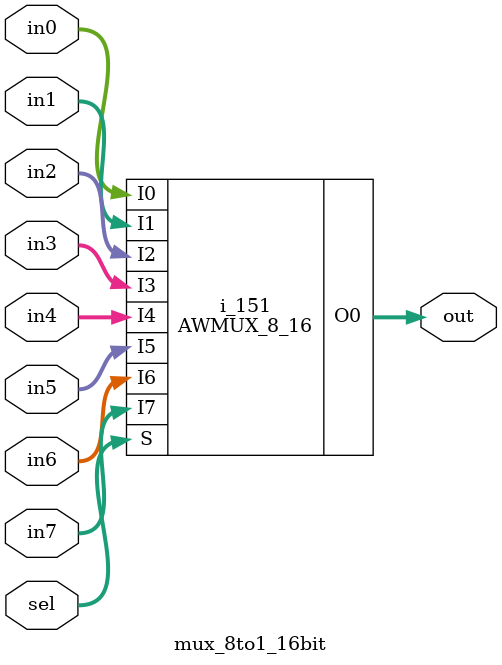
<source format=v>


// Restrictions concerning the use of Ambit BuildGates are covered in the
// license agreement.  Distribution to third party EDA vendors is
// strictly prohibited.

module AWMUX_8_16(O0, I0, I1, I2, I3, I4, I5, I6, I7, S);

	output [15:0] O0;
	input [15:0] I0;
	input [15:0] I1;
	input [15:0] I2;
	input [15:0] I3;
	input [15:0] I4;
	input [15:0] I5;
	input [15:0] I6;
	input [15:0] I7;
	input [2:0] S;

	wire [15:0] nbus_0;
	wire [15:0] nbus_1;
	wire [15:0] nbus_2;
	wire [15:0] nbus_3;
	wire [15:0] nbus_4;
	wire [15:0] nbus_5;



	mux2_2 i_83(.ip1(nbus_3[12]), .ip2(nbus_4[12]), .s(S[1]), .op(nbus_5[12]
		));
	mux2_2 i_82(.ip1(nbus_3[13]), .ip2(nbus_4[13]), .s(S[1]), .op(nbus_5[13]
		));
	mux2_2 i_81(.ip1(nbus_3[14]), .ip2(nbus_4[14]), .s(S[1]), .op(nbus_5[14]
		));
	mux2_2 i_84(.ip1(nbus_3[11]), .ip2(nbus_4[11]), .s(S[1]), .op(nbus_5[11]
		));
	mux2_2 i_80(.ip1(nbus_3[15]), .ip2(nbus_4[15]), .s(S[1]), .op(nbus_5[15]
		));
	mux2_2 i_79(.ip1(I6[0]), .ip2(I7[0]), .s(S[0]), .op(nbus_4[0]));
	mux2_2 i_78(.ip1(I6[1]), .ip2(I7[1]), .s(S[0]), .op(nbus_4[1]));
	mux2_2 i_85(.ip1(nbus_3[10]), .ip2(nbus_4[10]), .s(S[1]), .op(nbus_5[10]
		));
	mux2_2 i_77(.ip1(I6[2]), .ip2(I7[2]), .s(S[0]), .op(nbus_4[2]));
	mux2_2 i_76(.ip1(I6[3]), .ip2(I7[3]), .s(S[0]), .op(nbus_4[3]));
	mux2_2 i_75(.ip1(I6[4]), .ip2(I7[4]), .s(S[0]), .op(nbus_4[4]));
	mux2_2 i_86(.ip1(nbus_3[9]), .ip2(nbus_4[9]), .s(S[1]), .op(nbus_5[9])
		);
	mux2_2 i_74(.ip1(I6[5]), .ip2(I7[5]), .s(S[0]), .op(nbus_4[5]));
	mux2_2 i_73(.ip1(I6[6]), .ip2(I7[6]), .s(S[0]), .op(nbus_4[6]));
	mux2_2 i_72(.ip1(I6[7]), .ip2(I7[7]), .s(S[0]), .op(nbus_4[7]));
	mux2_2 i_87(.ip1(nbus_3[8]), .ip2(nbus_4[8]), .s(S[1]), .op(nbus_5[8])
		);
	mux2_2 i_71(.ip1(I6[8]), .ip2(I7[8]), .s(S[0]), .op(nbus_4[8]));
	mux2_2 i_70(.ip1(I6[9]), .ip2(I7[9]), .s(S[0]), .op(nbus_4[9]));
	mux2_2 i_69(.ip1(I6[10]), .ip2(I7[10]), .s(S[0]), .op(nbus_4[10]));
	mux2_2 i_88(.ip1(nbus_3[7]), .ip2(nbus_4[7]), .s(S[1]), .op(nbus_5[7])
		);
	mux2_2 i_68(.ip1(I6[11]), .ip2(I7[11]), .s(S[0]), .op(nbus_4[11]));
	mux2_2 i_67(.ip1(I6[12]), .ip2(I7[12]), .s(S[0]), .op(nbus_4[12]));
	mux2_2 i_66(.ip1(I6[13]), .ip2(I7[13]), .s(S[0]), .op(nbus_4[13]));
	mux2_2 i_89(.ip1(nbus_3[6]), .ip2(nbus_4[6]), .s(S[1]), .op(nbus_5[6])
		);
	mux2_2 i_65(.ip1(I6[14]), .ip2(I7[14]), .s(S[0]), .op(nbus_4[14]));
	mux2_2 i_64(.ip1(I6[15]), .ip2(I7[15]), .s(S[0]), .op(nbus_4[15]));
	mux2_2 i_63(.ip1(I4[0]), .ip2(I5[0]), .s(S[0]), .op(nbus_3[0]));
	mux2_2 i_90(.ip1(nbus_3[5]), .ip2(nbus_4[5]), .s(S[1]), .op(nbus_5[5])
		);
	mux2_2 i_62(.ip1(I4[1]), .ip2(I5[1]), .s(S[0]), .op(nbus_3[1]));
	mux2_2 i_61(.ip1(I4[2]), .ip2(I5[2]), .s(S[0]), .op(nbus_3[2]));
	mux2_2 i_60(.ip1(I4[3]), .ip2(I5[3]), .s(S[0]), .op(nbus_3[3]));
	mux2_2 i_91(.ip1(nbus_3[4]), .ip2(nbus_4[4]), .s(S[1]), .op(nbus_5[4])
		);
	mux2_2 i_59(.ip1(I4[4]), .ip2(I5[4]), .s(S[0]), .op(nbus_3[4]));
	mux2_2 i_58(.ip1(I4[5]), .ip2(I5[5]), .s(S[0]), .op(nbus_3[5]));
	mux2_2 i_57(.ip1(I4[6]), .ip2(I5[6]), .s(S[0]), .op(nbus_3[6]));
	mux2_2 i_92(.ip1(nbus_3[3]), .ip2(nbus_4[3]), .s(S[1]), .op(nbus_5[3])
		);
	mux2_2 i_56(.ip1(I4[7]), .ip2(I5[7]), .s(S[0]), .op(nbus_3[7]));
	mux2_2 i_55(.ip1(I4[8]), .ip2(I5[8]), .s(S[0]), .op(nbus_3[8]));
	mux2_2 i_54(.ip1(I4[9]), .ip2(I5[9]), .s(S[0]), .op(nbus_3[9]));
	mux2_2 i_93(.ip1(nbus_3[2]), .ip2(nbus_4[2]), .s(S[1]), .op(nbus_5[2])
		);
	mux2_2 i_53(.ip1(I4[10]), .ip2(I5[10]), .s(S[0]), .op(nbus_3[10]));
	mux2_2 i_52(.ip1(I4[11]), .ip2(I5[11]), .s(S[0]), .op(nbus_3[11]));
	mux2_2 i_51(.ip1(I4[12]), .ip2(I5[12]), .s(S[0]), .op(nbus_3[12]));
	mux2_2 i_94(.ip1(nbus_3[1]), .ip2(nbus_4[1]), .s(S[1]), .op(nbus_5[1])
		);
	mux2_2 i_50(.ip1(I4[13]), .ip2(I5[13]), .s(S[0]), .op(nbus_3[13]));
	mux2_2 i_49(.ip1(I4[14]), .ip2(I5[14]), .s(S[0]), .op(nbus_3[14]));
	mux2_2 i_48(.ip1(I4[15]), .ip2(I5[15]), .s(S[0]), .op(nbus_3[15]));
	mux2_2 i_95(.ip1(nbus_3[0]), .ip2(nbus_4[0]), .s(S[1]), .op(nbus_5[0])
		);
	mux2_2 i_47(.ip1(nbus_0[0]), .ip2(nbus_1[0]), .s(S[1]), .op(nbus_2[0])
		);
	mux2_2 i_46(.ip1(nbus_0[1]), .ip2(nbus_1[1]), .s(S[1]), .op(nbus_2[1])
		);
	mux2_2 i_45(.ip1(nbus_0[2]), .ip2(nbus_1[2]), .s(S[1]), .op(nbus_2[2])
		);
	mux2_2 i_96(.ip1(nbus_2[15]), .ip2(nbus_5[15]), .s(S[2]), .op(O0[15]));
	mux2_2 i_44(.ip1(nbus_0[3]), .ip2(nbus_1[3]), .s(S[1]), .op(nbus_2[3])
		);
	mux2_2 i_43(.ip1(nbus_0[4]), .ip2(nbus_1[4]), .s(S[1]), .op(nbus_2[4])
		);
	mux2_2 i_42(.ip1(nbus_0[5]), .ip2(nbus_1[5]), .s(S[1]), .op(nbus_2[5])
		);
	mux2_2 i_97(.ip1(nbus_2[14]), .ip2(nbus_5[14]), .s(S[2]), .op(O0[14]));
	mux2_2 i_41(.ip1(nbus_0[6]), .ip2(nbus_1[6]), .s(S[1]), .op(nbus_2[6])
		);
	mux2_2 i_40(.ip1(nbus_0[7]), .ip2(nbus_1[7]), .s(S[1]), .op(nbus_2[7])
		);
	mux2_2 i_39(.ip1(nbus_0[8]), .ip2(nbus_1[8]), .s(S[1]), .op(nbus_2[8])
		);
	mux2_2 i_98(.ip1(nbus_2[13]), .ip2(nbus_5[13]), .s(S[2]), .op(O0[13]));
	mux2_2 i_38(.ip1(nbus_0[9]), .ip2(nbus_1[9]), .s(S[1]), .op(nbus_2[9])
		);
	mux2_2 i_37(.ip1(nbus_0[10]), .ip2(nbus_1[10]), .s(S[1]), .op(nbus_2[10]
		));
	mux2_2 i_36(.ip1(nbus_0[11]), .ip2(nbus_1[11]), .s(S[1]), .op(nbus_2[11]
		));
	mux2_2 i_99(.ip1(nbus_2[12]), .ip2(nbus_5[12]), .s(S[2]), .op(O0[12]));
	mux2_2 i_35(.ip1(nbus_0[12]), .ip2(nbus_1[12]), .s(S[1]), .op(nbus_2[12]
		));
	mux2_2 i_34(.ip1(nbus_0[13]), .ip2(nbus_1[13]), .s(S[1]), .op(nbus_2[13]
		));
	mux2_2 i_33(.ip1(nbus_0[14]), .ip2(nbus_1[14]), .s(S[1]), .op(nbus_2[14]
		));
	mux2_2 i_100(.ip1(nbus_2[11]), .ip2(nbus_5[11]), .s(S[2]), .op(O0[11])
		);
	mux2_2 i_32(.ip1(nbus_0[15]), .ip2(nbus_1[15]), .s(S[1]), .op(nbus_2[15]
		));
	mux2_2 i_31(.ip1(I2[0]), .ip2(I3[0]), .s(S[0]), .op(nbus_1[0]));
	mux2_2 i_30(.ip1(I2[1]), .ip2(I3[1]), .s(S[0]), .op(nbus_1[1]));
	mux2_2 i_101(.ip1(nbus_2[10]), .ip2(nbus_5[10]), .s(S[2]), .op(O0[10])
		);
	mux2_2 i_29(.ip1(I2[2]), .ip2(I3[2]), .s(S[0]), .op(nbus_1[2]));
	mux2_2 i_28(.ip1(I2[3]), .ip2(I3[3]), .s(S[0]), .op(nbus_1[3]));
	mux2_2 i_27(.ip1(I2[4]), .ip2(I3[4]), .s(S[0]), .op(nbus_1[4]));
	mux2_2 i_102(.ip1(nbus_2[9]), .ip2(nbus_5[9]), .s(S[2]), .op(O0[9]));
	mux2_2 i_26(.ip1(I2[5]), .ip2(I3[5]), .s(S[0]), .op(nbus_1[5]));
	mux2_2 i_25(.ip1(I2[6]), .ip2(I3[6]), .s(S[0]), .op(nbus_1[6]));
	mux2_2 i_24(.ip1(I2[7]), .ip2(I3[7]), .s(S[0]), .op(nbus_1[7]));
	mux2_2 i_103(.ip1(nbus_2[8]), .ip2(nbus_5[8]), .s(S[2]), .op(O0[8]));
	mux2_2 i_23(.ip1(I2[8]), .ip2(I3[8]), .s(S[0]), .op(nbus_1[8]));
	mux2_2 i_22(.ip1(I2[9]), .ip2(I3[9]), .s(S[0]), .op(nbus_1[9]));
	mux2_2 i_21(.ip1(I2[10]), .ip2(I3[10]), .s(S[0]), .op(nbus_1[10]));
	mux2_2 i_104(.ip1(nbus_2[7]), .ip2(nbus_5[7]), .s(S[2]), .op(O0[7]));
	mux2_2 i_20(.ip1(I2[11]), .ip2(I3[11]), .s(S[0]), .op(nbus_1[11]));
	mux2_2 i_19(.ip1(I2[12]), .ip2(I3[12]), .s(S[0]), .op(nbus_1[12]));
	mux2_2 i_18(.ip1(I2[13]), .ip2(I3[13]), .s(S[0]), .op(nbus_1[13]));
	mux2_2 i_105(.ip1(nbus_2[6]), .ip2(nbus_5[6]), .s(S[2]), .op(O0[6]));
	mux2_2 i_17(.ip1(I2[14]), .ip2(I3[14]), .s(S[0]), .op(nbus_1[14]));
	mux2_2 i_16(.ip1(I2[15]), .ip2(I3[15]), .s(S[0]), .op(nbus_1[15]));
	mux2_2 i_15(.ip1(I0[0]), .ip2(I1[0]), .s(S[0]), .op(nbus_0[0]));
	mux2_2 i_106(.ip1(nbus_2[5]), .ip2(nbus_5[5]), .s(S[2]), .op(O0[5]));
	mux2_2 i_14(.ip1(I0[1]), .ip2(I1[1]), .s(S[0]), .op(nbus_0[1]));
	mux2_2 i_13(.ip1(I0[2]), .ip2(I1[2]), .s(S[0]), .op(nbus_0[2]));
	mux2_2 i_12(.ip1(I0[3]), .ip2(I1[3]), .s(S[0]), .op(nbus_0[3]));
	mux2_2 i_107(.ip1(nbus_2[4]), .ip2(nbus_5[4]), .s(S[2]), .op(O0[4]));
	mux2_2 i_11(.ip1(I0[4]), .ip2(I1[4]), .s(S[0]), .op(nbus_0[4]));
	mux2_2 i_10(.ip1(I0[5]), .ip2(I1[5]), .s(S[0]), .op(nbus_0[5]));
	mux2_2 i_9(.ip1(I0[6]), .ip2(I1[6]), .s(S[0]), .op(nbus_0[6]));
	mux2_2 i_108(.ip1(nbus_2[3]), .ip2(nbus_5[3]), .s(S[2]), .op(O0[3]));
	mux2_2 i_8(.ip1(I0[7]), .ip2(I1[7]), .s(S[0]), .op(nbus_0[7]));
	mux2_2 i_7(.ip1(I0[8]), .ip2(I1[8]), .s(S[0]), .op(nbus_0[8]));
	mux2_2 i_6(.ip1(I0[9]), .ip2(I1[9]), .s(S[0]), .op(nbus_0[9]));
	mux2_2 i_109(.ip1(nbus_2[2]), .ip2(nbus_5[2]), .s(S[2]), .op(O0[2]));
	mux2_2 i_5(.ip1(I0[10]), .ip2(I1[10]), .s(S[0]), .op(nbus_0[10]));
	mux2_2 i_4(.ip1(I0[11]), .ip2(I1[11]), .s(S[0]), .op(nbus_0[11]));
	mux2_2 i_3(.ip1(I0[12]), .ip2(I1[12]), .s(S[0]), .op(nbus_0[12]));
	mux2_2 i_110(.ip1(nbus_2[1]), .ip2(nbus_5[1]), .s(S[2]), .op(O0[1]));
	mux2_2 i_2(.ip1(I0[13]), .ip2(I1[13]), .s(S[0]), .op(nbus_0[13]));
	mux2_2 i_1(.ip1(I0[14]), .ip2(I1[14]), .s(S[0]), .op(nbus_0[14]));
	mux2_2 i_0(.ip1(I0[15]), .ip2(I1[15]), .s(S[0]), .op(nbus_0[15]));
	mux2_2 i_111(.ip1(nbus_2[0]), .ip2(nbus_5[0]), .s(S[2]), .op(O0[0]));
endmodule
module mux_8to1_16bit(out, sel, in0, in1, in2, in3, in4, in5, in6, in7);

	output [15:0] out;
	input [2:0] sel;
	input [15:0] in0;
	input [15:0] in1;
	input [15:0] in2;
	input [15:0] in3;
	input [15:0] in4;
	input [15:0] in5;
	input [15:0] in6;
	input [15:0] in7;




	AWMUX_8_16 i_151(.O0(out), .I0(in0), .I1(in1), .I2(in2), .I3(in3), .I4(
		in4), .I5(in5), .I6(in6), .I7(in7), .S(sel));
endmodule

</source>
